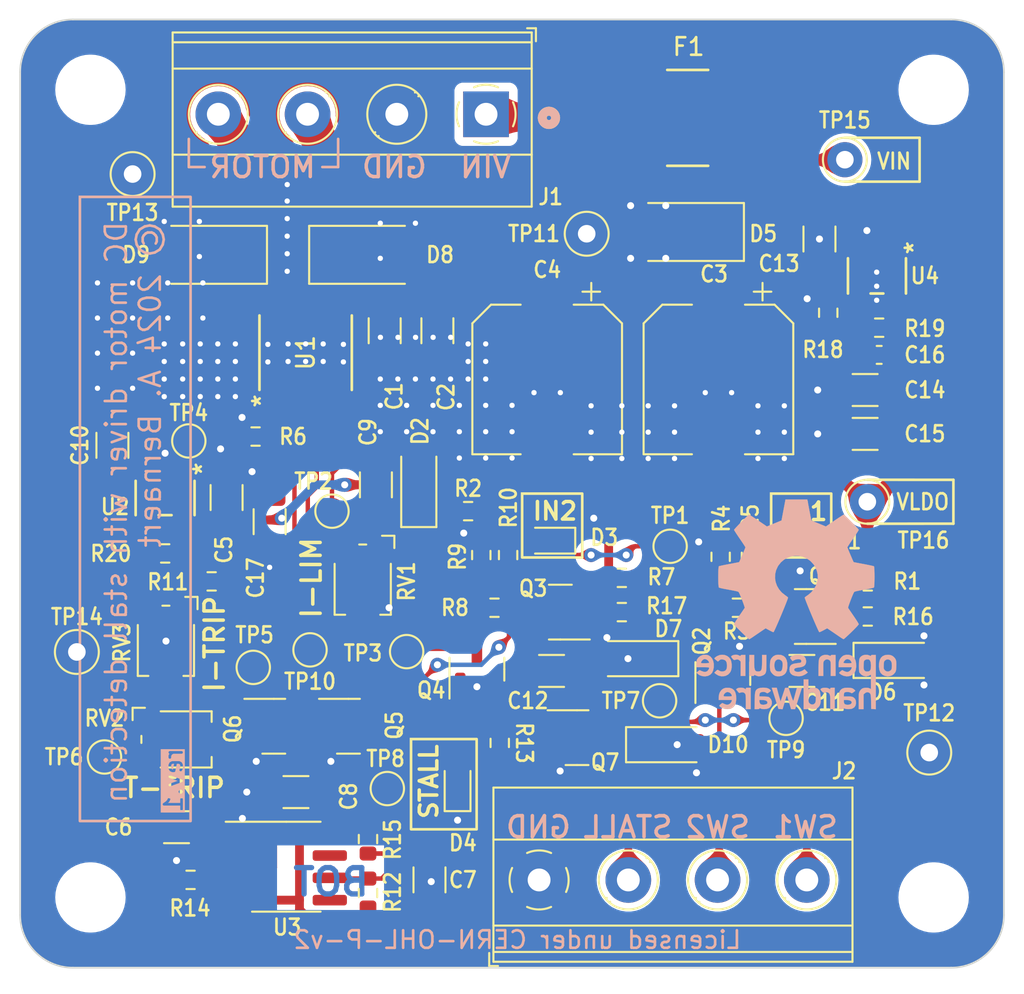
<source format=kicad_pcb>
(kicad_pcb (version 20221018) (generator pcbnew)
  (title_block (title "Motor driver with stall protection") (date "2024-10-08") (rev "1"))
  (layers (0 "F.Cu" signal) (31 "B.Cu" signal) (34 "B.Paste" user) (35 "F.Paste" user) (36 "B.SilkS" user "B.Silkscreen") (37 "F.SilkS" user "F.Silkscreen") (38 "B.Mask" user) (39 "F.Mask" user) (44 "Edge.Cuts" user))
  (net 0 "")
  (net 1 "GND")
  (net 2 "Net-(U3-TR)")
  (net 3 "+12V")
  (net 4 "/MOTOR_OUT2")
  (net 5 "/MOTOR_OUT1")
  (net 6 "/SW2")
  (net 7 "/SW1")
  (net 8 "/IPROPI")
  (net 9 "/IN1")
  (net 10 "Net-(U3-THR)")
  (net 11 "/SW2_N")
  (net 12 "/SW1_N")
  (net 13 "/STALL")
  (net 14 "/IN2")
  (net 15 "Net-(U2-IN+)")
  (net 16 "Net-(U2-OUTPUT)")
  (net 19 "Net-(D3-A)")
  (net 20 "Net-(D4-A)")
  (net 21 "Net-(D1-A)")
  (net 22 "Net-(D2-K)")
  (net 23 "Net-(Q5-D)")
  (net 24 "Net-(Q1-G)")
  (net 25 "Net-(Q3-G)")
  (net 26 "+9V")
  (net 27 "Net-(U4-FB)")
  (net 29 "Net-(J1-Pin_1)")
  (net 30 "/STALL_OD")
  (footprint "Package_TO_SOT_SMD:SOT-23" (layer "F.Cu") (at 172 115.25 90)
    (fp_text reference "Q2")
    (fp_text value "2N7002")
  )
  (footprint "Package_TO_SOT_SMD:SOT-23" (layer "F.Cu") (at 146.4375 118.25)
    (fp_text reference "Q6")
    (fp_text value "2N7002")
  )
  (footprint "Capacitor_SMD:C_1206_3216Metric" (layer "F.Cu") (at 140.9 124)
    (fp_text reference "C6")
    (fp_text value "10u")
  )
  (footprint "Resistor_SMD:R_0603_1608Metric" (layer "F.Cu") (at 142.9 110 180)
    (fp_text reference "R11")
    (fp_text value "27K")
  )
  (footprint "TestPoint:TestPoint_Pad_D1.5mm" (layer "F.Cu") (at 149.75 106)
    (fp_text reference "TP2")
    (fp_text value "TestPoint")
  )
  (footprint "Diode_SMD:D_SOD-123" (layer "F.Cu") (at 154.69149 104.545596 90)
    (fp_text reference "D2")
    (fp_text value "5.1V")
  )
  (footprint "LED_SMD:LED_0603_1608Metric" (layer "F.Cu") (at 156.9 121.6 90)
    (fp_text reference "D4")
    (fp_text value "LED RED")
  )
  (footprint "Capacitor_SMD:C_1206_3216Metric" (layer "F.Cu") (at 176.5 115.1)
    (fp_text reference "C11")
    (fp_text value "100n")
  )
  (footprint "Resistor_SMD:R_0603_1608Metric" (layer "F.Cu") (at 158.25 108.5 90)
    (fp_text reference "R9")
    (fp_text value "10K")
  )
  (footprint "Potentiometer_SMD:Potentiometer_Bourns_TC33X_Vertical" (layer "F.Cu") (at 151.5 110 -90)
    (fp_text reference "RV1")
    (fp_text value "30K")
  )
  (footprint "Connector_Pin:Pin_D1.0mm_L10.0mm" (layer "F.Cu") (at 180.225371 105.464074)
    (fp_text reference "TP16")
    (fp_text value "TestPoint")
  )
  (footprint "Diode_SMD:D_SOD-123" (layer "F.Cu") (at 168.85 119.3)
    (fp_text reference "D10")
    (fp_text value "SMF9.0CA")
  )
  (footprint "TestPoint:TestPoint_Pad_D1.5mm" (layer "F.Cu") (at 152.9 121.8 180)
    (fp_text reference "TP8")
    (fp_text value "TestPoint")
  )
  (footprint "Capacitor_SMD:C_1206_3216Metric" (layer "F.Cu") (at 143.75 105.225 90)
    (fp_text reference "C5")
    (fp_text value "100n")
  )
  (footprint "TerminalBlock_Phoenix:TerminalBlock_Phoenix_MKDS-1,5-4-5.08_1x04_P5.08mm_Horizontal" (layer "F.Cu") (at 161.54 127.005)
    (fp_text reference "J2")
    (fp_text value "Screw_Terminal_01x04")
  )
  (footprint "Resistor_SMD:R_0603_1608Metric" (layer "F.Cu") (at 171.875 108.6 90)
    (fp_text reference "R4")
    (fp_text value "10K")
  )
  (footprint "Resistor_SMD:R_0603_1608Metric" (layer "F.Cu") (at 151.8 124.675 -90)
    (fp_text reference "R15")
    (fp_text value "1K")
  )
  (footprint "TLV709A:SOT-23-5_DBV_TEX" (layer "F.Cu") (at 180.77365 92.6 -90)
    (fp_text reference "U4")
    (fp_text value "TLV709A01DBVR")
  )
  (footprint "Package_TO_SOT_SMD:SOT-23" (layer "F.Cu") (at 162.75 111.75 180)
    (fp_text reference "Q3")
    (fp_text value "BSS84")
  )
  (footprint "Resistor_SMD:R_0603_1608Metric" (layer "F.Cu") (at 180.25 112 180)
    (fp_text reference "R16")
    (fp_text value "10K")
  )
  (footprint "Resistor_SMD:R_0603_1608Metric" (layer "F.Cu") (at 173.6 108.6 90)
    (fp_text reference "R5")
    (fp_text value "2.2k")
  )
  (footprint "Resistor_SMD:R_0603_1608Metric" (layer "F.Cu") (at 141.7 127)
    (fp_text reference "R14")
    (fp_text value "27K")
  )
  (footprint "Package_TO_SOT_SMD:SOT-23" (layer "F.Cu") (at 163.7 118.9)
    (fp_text reference "Q7")
    (fp_text value "2N7002")
  )
  (footprint "Potentiometer_SMD:Potentiometer_Bourns_TC33X_Vertical" (layer "F.Cu") (at 140.29608 113.483857 -90)
    (fp_text reference "RV3")
    (fp_text value "30K")
  )
  (footprint "Resistor_SMD:R_0603_1608Metric" (layer "F.Cu") (at 180.25 110)
    (fp_text reference "R1")
    (fp_text value "10K")
  )
  (footprint "MountingHole:MountingHole_3.5mm" (layer "F.Cu") (at 184 82)
    (fp_text reference "H3" hide)
    (fp_text value "MountingHole")
  )
  (footprint "TerminalBlock_Phoenix:TerminalBlock_Phoenix_MKDS-1,5-4-5.08_1x04_P5.08mm_Horizontal" (layer "F.Cu") (at 158.52 83.395 180)
    (fp_text reference "J1")
    (fp_text value "Screw_Terminal_01x04")
  )
  (footprint "TestPoint:TestPoint_Pad_D1.5mm" (layer "F.Cu") (at 148.5 113.9)
    (fp_text reference "TP10")
    (fp_text value "TestPoint")
  )
  (footprint "Resistor_SMD:R_0603_1608Metric" (layer "F.Cu") (at 159 111.5 180)
    (fp_text reference "R8")
    (fp_text value "10K")
  )
  (footprint "Capacitor_SMD:C_1206_3216Metric" (layer "F.Cu") (at 147.7 122 180)
    (fp_text reference "C8")
    (fp_text value "100n")
  )
  (footprint "TestPoint:TestPoint_Pad_D1.5mm" (layer "F.Cu") (at 136.8 120 180)
    (fp_text reference "TP6")
    (fp_text value "TestPoint")
  )
  (footprint "DRV8251A:SOIC8_DDA_TEX" (layer "F.Cu") (at 148.25 96.975 90)
    (fp_text reference "U1")
    (fp_text value "DRV8251ADDAR")
  )
  (footprint "Connector_Pin:Pin_D1.0mm_L10.0mm" (layer "F.Cu") (at 135.22714 114.019052)
    (fp_text reference "TP14")
    (fp_text value "TestPoint")
  )
  (footprint "0031.7701.11:FUSE_0031.7701.11_SCH" (layer "F.Cu") (at 170 83.6)
    (fp_text reference "F1")
    (fp_text value "0031.7701.11")
  )
  (footprint "TestPoint:TestPoint_Pad_D1.5mm" (layer "F.Cu") (at 145.269299 114.898084)
    (fp_text reference "TP5")
    (fp_text value "TestPoint")
  )
  (footprint "Package_TO_SOT_SMD:SOT-23" (layer "F.Cu") (at 150.6875 118.25)
    (fp_text reference "Q5")
    (fp_text value "2N7002")
  )
  (footprint "Resistor_SMD:R_0603_1608Metric" (layer "F.Cu") (at 166.25 111.75 180)
    (fp_text reference "R17")
    (fp_text value "10K")
  )
  (footprint "P4SMAJ18A:P25_DO-214AC_SMA" (layer "F.Cu") (at 171.75 90.1 180)
    (fp_text reference "D5")
    (fp_text value "TVS")
  )
  (footprint "Capacitor_SMD:CP_Elec_8x10" (layer "F.Cu") (at 171.75 98.5 -90)
    (fp_text reference "C3")
    (fp_text value "220u")
  )
  (footprint "Resistor_SMD:R_0603_1608Metric" (layer "F.Cu") (at 145.4 101.75 180)
    (fp_text reference "R6")
    (fp_text value "1K")
  )
  (footprint "P4SMAJ18A:P25_DO-214AC_SMA" (layer "F.Cu") (at 149.9 91.4)
    (fp_text reference "D8")
    (fp_text value "TVS")
  )
  (footprint "Capacitor_SMD:C_0603_1608Metric" (layer "F.Cu") (at 180.9 97.1 180)
    (fp_text reference "C16")
    (fp_text value "100n")
  )
  (footprint "Connector_Pin:Pin_D1.0mm_L10.0mm" (layer "F.Cu") (at 164.25 90.2 90)
    (fp_text reference "TP11")
    (fp_text value "TestPoint")
  )
  (footprint "Capacitor_SMD:C_1206_3216Metric" (layer "F.Cu") (at 177.5 90.5 -90)
    (fp_text reference "C13")
    (fp_text value "100n")
  )
  (footprint "Resistor_SMD:R_0603_1608Metric" (layer "F.Cu") (at 151.8 127.75 90)
    (fp_text reference "R12")
    (fp_text value "27K")
  )
  (footprint "Diode_SMD:D_SOD-123" (layer "F.Cu") (at 167.106587 114.4 180)
    (fp_text reference "D7")
    (fp_text value "SMF9.0CA")
  )
  (footprint "TestPoint:TestPoint_Pad_D1.5mm" (layer "F.Cu") (at 154 114)
    (fp_text reference "TP3")
    (fp_text value "TestPoint")
  )
  (footprint "TestPoint:TestPoint_Pad_D1.5mm" (layer "F.Cu") (at 175.6 117.8)
    (fp_text reference "TP9")
    (fp_text value "TestPoint")
  )
  (footprint "Capacitor_SMD:C_1206_3216Metric" (layer "F.Cu") (at 180.1 99.1 180)
    (fp_text reference "C14")
    (fp_text value "1u")
  )
  (footprint "Package_SO:SOIC-8_3.9x4.9mm_P1.27mm" (layer "F.Cu") (at 147.15 126.25)
    (fp_text reference "U3")
    (fp_text value "LMC555xM")
  )
  (footprint "Resistor_SMD:R_0603_1608Metric" (layer "F.Cu") (at 178 94.7 -90)
    (fp_text reference "R18")
    (fp_text value "22K")
  )
  (footprint "P4SMAJ18A:P25_DO-214AC_SMA" (layer "F.Cu") (at 144.6 91.4 180)
    (fp_text reference "D9")
    (fp_text value "TVS")
  )
  (footprint "Connector_Pin:Pin_D1.0mm_L10.0mm" (layer "F.Cu") (at 183.75 119.75)
    (fp_text reference "TP12")
    (fp_text value "TestPoint")
  )
  (footprint "Resistor_SMD:R_0603_1608Metric" (layer "F.Cu") (at 157.5 106 180)
    (fp_text reference "R2")
    (fp_text value "27K")
  )
  (footprint "MountingHole:MountingHole_3.5mm" (layer "F.Cu") (at 136 128)
    (fp_text reference "H2" hide)
    (fp_text value "MountingHole")
  )
  (footprint "MountingHole:MountingHole_3.5mm" (layer "F.Cu") (at 184 128)
    (fp_text reference "H1" hide)
    (fp_text value "MountingHole")
  )
  (footprint "Resistor_SMD:R_0603_1608Metric" (layer "F.Cu") (at 180.9 95.55 180)
    (fp_text reference "R19")
    (fp_text value "120K")
  )
  (footprint "Resistor_SMD:R_0603_1608Metric" (layer "F.Cu") (at 172.8 111.5 180)
    (fp_text reference "R3")
    (fp_text value "10K")
  )
  (footprint "MountingHole:MountingHole_3.5mm" (layer "F.Cu") (at 136 82)
    (fp_text reference "H4" hide)
    (fp_text value "MountingHole")
  )
  (footprint "Capacitor_SMD:C_1206_3216Metric" (layer "F.Cu") (at 137.25 102.25 90)
    (fp_text reference "C10")
    (fp_text value "1u")
  )
  (footprint "TestPoint:TestPoint_Pad_D1.5mm" (layer "F.Cu") (at 141.6 102)
    (fp_text reference "TP4")
    (fp_text value "TestPoint")
  )
  (footprint "Capacitor_SMD:C_1206_3216Metric" (layer "F.Cu") (at 152.25 104.5 90)
    (fp_text reference "C9")
    (fp_text value "1u")
  )
  (footprint "AP331AWG:SOT25_DIO" (layer "F.Cu") (at 140.25 105.25 -90)
    (fp_text reference "U2")
    (fp_text value "AP331AWG-7")
  )
  (footprint "Capacitor_SMD:C_1206_3216Metric" (layer "F.Cu") (at 155.3 127 -90)
    (fp_text reference "C7")
    (fp_text value "10u")
  )
  (footprint "Capacitor_SMD:C_1206_3216Metric" (layer "F.Cu") (at 162.25 115.1)
    (fp_text reference "C12")
    (fp_text value "100n")
  )
  (footprint "Capacitor_SMD:CP_Elec_8x10" (layer "F.Cu") (at 162 98.5 -90)
    (fp_text reference "C4")
    (fp_text value "220u")
  )
  (footprint "Resistor_SMD:R_0603_1608Metric" (layer "F.Cu") (at 159.3 119.2 -90)
    (fp_text reference "R13")
    (fp_text value "2.2k")
  )
  (footprint "Package_TO_SOT_SMD:SOT-23" (layer "F.Cu") (at 158 115 90)
    (fp_text reference "Q4")
    (fp_text value "2N7002")
  )
  (footprint "Connector_Pin:Pin_D1.0mm_L10.0mm" (layer "F.Cu") (at 178.947233 85.982648 180)
    (fp_text reference "TP15")
    (fp_text value "TestPoint")
  )
  (footprint "Capacitor_SMD:C_1206_3216Metric" (layer "F.Cu") (at 146.2 106.6 -90)
    (fp_text reference "C17")
    (fp_text value "100n")
  )
  (footprint "Resistor_SMD:R_0603_1608Metric" (layer "F.Cu") (at 140.254893 108.406894 180)
    (fp_text reference "R20")
    (fp_text value "2.2K")
  )
  (footprint "LED_SMD:LED_0603_1608Metric" (layer "F.Cu") (at 176.311951 107.690617 180)
    (fp_text reference "D1")
    (fp_text value "LED AMBER")
  )
  (footprint "TestPoint:TestPoint_Pad_D1.5mm" (layer "F.Cu") (at 168.4 116.8)
    (fp_text reference "TP7")
    (fp_text value "TestPoint")
  )
  (footprint "Capacitor_SMD:C_1206_3216Metric" (layer "F.Cu") (at 152.75 95.725 -90)
    (fp_text reference "C1")
    (fp_text value "100n")
  )
  (footprint "Capacitor_SMD:C_1206_3216Metric" (layer "F.Cu") (at 155.75 95.725 -90)
    (fp_text reference "C2")
    (fp_text value "1u")
  )
  (footprint "Potentiometer_SMD:Potentiometer_Bourns_TC33X_Vertical" (layer "F.Cu") (at 141 119)
    (fp_text reference "RV2")
    (fp_text value "30K")
  )
  (footprint "Resistor_SMD:R_0603_1608Metric" (layer "F.Cu") (at 166.25 109.798052)
    (fp_text reference "R7")
    (fp_text value "10K")
  )
  (footprint "TestPoint:TestPoint_Pad_D1.5mm" (layer "F.Cu") (at 169 108)
    (fp_text reference "TP1")
    (fp_text value "TestPoint")
  )
  (footprint "Diode_SMD:D_SOD-123" (layer "F.Cu") (at 181.8 114.5)
    (fp_text reference "D6")
    (fp_text value "SMF9.0CA")
  )
  (footprint "Connector_Pin:Pin_D1.0mm_L10.0mm" (layer "F.Cu") (at 138.4 86.8)
    (fp_text reference "TP13")
    (fp_text value "TestPoint")
  )
  (footprint "LED_SMD:LED_0603_1608Metric" (layer "F.Cu") (at 162.112987 107.679992 180)
    (fp_text reference "D3")
    (fp_text value "LED AMBER")
  )
  (footprint "Capacitor_SMD:C_1206_3216Metric" (layer "F.Cu") (at 180.1 101.6 180)
    (fp_text reference "C15")
    (fp_text value "100n")
  )
  (footprint "Package_TO_SOT_SMD:SOT-23" (layer "F.Cu") (at 176.75 112 180)
    (fp_text reference "Q1")
    (fp_text value "BSS84")
  )
  (footprint "Resistor_SMD:R_0603_1608Metric" (layer "F.Cu") (at 159.776062 108.500996 90)
    (fp_text reference "R10")
    (fp_text value "2.2k")
  )
  (footprint "Symbol:OSHW-Logo_11.4x12mm_SilkScreen" (layer "B.Cu") (at 176.2 111.3 180)
    (fp_text reference "REF**" hide)
    (fp_text value "OSHW-Logo_11.4x12mm_SilkScreen" hide)
  )
  (gr_rect (start 135.4 88.1) (end 141.7 123.65) (stroke (width 0.15)) (fill none) (layer "B.SilkS"))
  (gr_line (start 142.5 86.4) (end 141.6 86.4) (stroke (width 0.15)) (layer "B.SilkS"))
  (gr_line (start 150.1 86.4) (end 150.1 84.8) (stroke (width 0.15)) (layer "B.SilkS"))
  (gr_line (start 141.6 86.4) (end 141.6 84.8) (stroke (width 0.15)) (layer "B.SilkS"))
  (gr_line (start 149.2 86.4) (end 150.1 86.4) (stroke (width 0.15)) (layer "B.SilkS"))
  (gr_line (start 183.2 84.732648) (end 178.947233 84.731649) (stroke (width 0.15)) (layer "F.SilkS"))
  (gr_line (start 180.225371 106.715073) (end 185.125371 106.714074) (stroke (width 0.15)) (layer "F.SilkS"))
  (gr_line (start 185.125371 104.214074) (end 180.225371 104.213075) (stroke (width 0.15)) (layer "F.SilkS"))
  (gr_line (start 185.125371 106.714074) (end 185.125371 104.214074) (stroke (width 0.15)) (layer "F.SilkS"))
  (gr_line (start 178.947233 87.233647) (end 183.2 87.232648) (stroke (width 0.15)) (layer "F.SilkS"))
  (gr_line (start 183.2 87.232648) (end 183.2 84.732648) (stroke (width 0.15)) (layer "F.SilkS"))
  (gr_rect (start 160.574282 104.999304) (end 163.995632 108.637758) (stroke (width 0.15)) (fill none) (layer "F.SilkS"))
  (gr_rect (start 154.25 118.980773) (end 157.985 124.119227) (stroke (width 0.15)) (fill none) (layer "F.SilkS"))
  (gr_rect (start 174.75 105) (end 178.17135 108.638454) (stroke (width 0.15)) (fill none) (layer "F.SilkS"))
  (gr_arc (start 132 81) (mid 132.87868 78.87868) (end 135 78) (stroke (width 0.1)) (layer "Edge.Cuts"))
  (gr_line (start 188 81) (end 188 129) (stroke (width 0.1)) (layer "Edge.Cuts"))
  (gr_line (start 132 129) (end 132 81) (stroke (width 0.1)) (layer "Edge.Cuts"))
  (gr_arc (start 188 129) (mid 187.12132 131.12132) (end 185 132) (stroke (width 0.1)) (layer "Edge.Cuts"))
  (gr_line (start 185 132) (end 135 132) (stroke (width 0.1)) (layer "Edge.Cuts"))
  (gr_arc (start 135 132) (mid 132.87868 131.12132) (end 132 129) (stroke (width 0.1)) (layer "Edge.Cuts"))
  (gr_line (start 135 78) (end 185 78) (stroke (width 0.1)) (layer "Edge.Cuts"))
  (gr_arc (start 185 78) (mid 187.12132 78.87868) (end 188 81) (stroke (width 0.1)) (layer "Edge.Cuts"))
  (gr_text "TOP" (at 181.2 124.1) (layer "F.Cu") (effects (font (size 1.5 1.5) (thickness 0.3) bold) (justify left bottom)))
  (gr_text "BOT" (at 152 128) (layer "B.Cu") (effects (font (size 1.5 1.5) (thickness 0.3) bold) (justify left bottom mirror)))
  (gr_text "SW2" (at 171.7 124.7) (layer "B.SilkS") (effects (font (size 1.2 1.2) (thickness 0.2) bold) (justify bottom mirror)))
  (gr_text "SW1" (at 176.7 124.7) (layer "B.SilkS") (effects (font (size 1.2 1.2) (thickness 0.2) bold) (justify bottom mirror)))
  (gr_text "GND" (at 161.5 124.7) (layer "B.SilkS") (effects (font (size 1.2 1.2) (thickness 0.2) bold) (justify bottom mirror)))
  (gr_text "MOTOR" (at 145.8 87.1) (layer "B.SilkS") (effects (font (size 1.2 1.2) (thickness 0.2) bold) (justify bottom mirror)))
  (gr_text "VIN" (at 158.5 87.1) (layer "B.SilkS") (effects (font (size 1.2 1.2) (thickness 0.2) bold) (justify bottom mirror)))
  (gr_text "DC motor driver with stall detection\n© 2024 A. Bernaert" (at 140.1 89.4 90) (layer "B.SilkS") (effects (font (size 1.2 1.2)) (justify left bottom mirror)))
  (gr_text "Licensed under CERN-OHL-P-v2" (at 160.3 131) (layer "B.SilkS") (effects (font (size 1 1)) (justify bottom mirror)))
  (gr_text "GND" (at 153.3 87.1) (layer "B.SilkS") (effects (font (size 1.2 1.2) (thickness 0.2) bold) (justify bottom mirror)))
  (gr_text "rev.${REVISION}" (at 141.316784 123.2685 90) (layer "B.SilkS" knockout) (effects (font (size 1 1)) (justify right bottom mirror)))
  (gr_text "STALL" (at 166.6 124.7) (layer "B.SilkS") (effects (font (size 1.2 1.2) (thickness 0.2) bold) (justify bottom mirror)))
  (gr_text "I-TRIP" (at 143.705873 116.423432 90) (layer "F.SilkS") (effects (font (size 1.1 1.1) (thickness 0.2) bold) (justify left bottom)))
  (gr_text "T-TRIP" (at 137.75 122.4) (layer "F.SilkS") (effects (font (size 1.1 1.1) (thickness 0.2) bold) (justify left bottom)))
  (gr_text "VIN" (at 180.7 86.6) (layer "F.SilkS") (effects (font (size 0.9 0.8)) (justify left bottom)))
  (gr_text "VLDO" (at 181.8 106) (layer "F.SilkS") (effects (font (size 0.9 0.8)) (justify left bottom)))
  (gr_text "IN2" (at 161.075832 106.582252) (layer "F.SilkS") (effects (font (size 1 1) (thickness 0.2) bold) (justify left bottom)))
  (gr_text "STALL" (at 155.85 123.632748 90) (layer "F.SilkS") (effects (font (size 1 1) (thickness 0.2) bold) (justify left bottom)))
  (gr_text "I-LIM" (at 149.220984 112.208249 90) (layer "F.SilkS") (effects (font (size 1.1 1.1) (thickness 0.2) bold) (justify left bottom)))
  (gr_text "IN1" (at 175.316678 106.608857) (layer "F.SilkS") (effects (font (size 1 1) (thickness 0.2) bold) (justify left bottom)))
  (segment (start 144.675 100.708289) (end 144.675 101.75) (width 0.25) (layer "F.Cu") (net 1))
  (segment (start 140.875 125.925) (end 140.875 127) (width 0.25) (layer "F.Cu") (net 1))
  (segment (start 156.9 122.3875) (end 156.9 123.6) (width 0.25) (layer "F.Cu") (net 1))
  (segment (start 150.5 109.25) (end 151.5 110.25) (width 0.25) (layer "F.Cu") (net 1))
  (segment (start 165.456587 113.256587) (end 165.4 113.2) (width 0.25) (layer "F.Cu") (net 1))
  (segment (start 162.7625 120.775) (end 162.7375 120.8) (width 0.25) (layer "F.Cu") (net 1))
  (segment (start 157.25 107.25) (end 157.825 107.25) (width 0.25) (layer "F.Cu") (net 1))
  (segment (start 172.951061 113.7) (end 172.951061 116.188561) (width 0.25) (layer "F.Cu") (net 1))
  (segment (start 165.456587 114.4) (end 166.6 114.4) (width 0.25) (layer "F.Cu") (net 1))
  (segment (start 146.2 109.2) (end 146.2 108.075) (width 0.25) (layer "F.Cu") (net 1))
  (segment (start 164.651474 106.4) (end 164.180479 106.4) (width 0.25) (layer "F.Cu") (net 1))
  (segment (start 158.95 115.9375) (end 158.0625 115.9375) (width 0.25) (layer "F.Cu") (net 1))
  (segment (start 140.3 113.4) (end 141.29608 112.40392) (width 0.25) (layer "F.Cu") (net 1))
  (segment (start 158.0625 115.9375) (end 158 116) (width 0.25) (layer "F.Cu") (net 1))
  (segment (start 150.5 108.2) (end 150.5 109.25) (width 0.25) (layer "F.Cu") (net 1))
  (segment (start 140.29608 113.40392) (end 140.29608 114.933857) (width 0.25) (layer "F.Cu") (net 1))
  (segment (start 145.5 119.2) (end 145.5 120.1875) (width 0.25) (layer "F.Cu") (net 1))
  (segment (start 165.456587 114.4) (end 165.456587 113.256587) (width 0.25) (layer "F.Cu") (net 1))
  (segment (start 149.75 119.2) (end 149.75 120.1875) (width 0.25) (layer "F.Cu") (net 1))
  (segment (start 143.75 103.75) (end 145.2 103.75) (width 0.5) (layer "F.Cu") (net 1))
  (segment (start 170.5 120.9) (end 170.5 119.3) (width 0.25) (layer "F.Cu") (net 1))
  (segment (start 157.825 107.25) (end 158.25 107.675) (width 0.25) (layer "F.Cu") (net 1))
  (segment (start 183.5 115.85) (end 183.45 115.9) (width 0.25) (layer "F.Cu") (net 1))
  (segment (start 162.7625 119.85) (end 162.7625 120.775) (width 0.25) (layer "F.Cu") (net 1))
  (segment (start 183.5 113.15) (end 183.45 113.1) (width 0.25) (layer "F.Cu") (net 1))
  (segment (start 149.75 120.1875) (end 149.6875 120.25) (width 0.25) (layer "F.Cu") (net 1))
  (segment (start 143.75 102.795721) (end 143.40808 102.453801) (width 0.5) (layer "F.Cu") (net 1))
  (segment (start 155.4 127.1) (end 155.4 128.375) (width 0.25) (layer "F.Cu") (net 1))
  (segment (start 171.875 107.75) (end 170.625 107.75) (width 0.25) (layer "F.Cu") (net 1))
  (segment (start 176.4 109.4) (end 177.129909 108.670091) (width 0.25) (layer "F.Cu") (net 1))
  (segment (start 183.5 114.5) (end 183.5 115.85) (width 0.25) (layer "F.Cu") (net 1))
  (segment (start 164.180479 106.4) (end 162.900487 107.679992) (width 0.25) (layer "F.Cu") (net 1))
  (segment (start 145.5 120.1875) (end 145.4375 120.25) (width 0.25) (layer "F.Cu") (net 1))
  (segment (start 151.5 111.45) (end 152.95 111.45) (width 0.25) (layer "F.Cu") (net 1))
  (segment (start 140.3 113.4) (end 140.29608 113.40392) (width 0.25) (layer "F.Cu") (net 1))
  (segment (start 143.75 103.75) (end 143.75 102.795721) (width 0.5) (layer "F.Cu") (net 1))
  (segment (start 146.425 122) (end 144.9 122) (width 0.25) (layer "F.Cu") (net 1))
  (segment (start 183.5 114.5) (end 183.5 113.15) (width 0.25) (layer "F.Cu") (net 1))
  (segment (start 152.95 111.45) (end 153 111.5) (width 0.25) (layer "F.Cu") (net 1))
  (segment (start 151.5 110.25) (end 151.5 111.45) (width 0.25) (layer "F.Cu") (net 1))
  (segment (start 141.29608 112.40392) (end 141.29608 111.683857) (width 0.25) (layer "F.Cu") (net 1))
  (segment (start 144.675 124.345) (end 144.675 123.525) (width 0.25) (layer "F.Cu") (net 1))
  (segment (start 140.25 103.897201) (end 140.25 102.7) (width 0.25) (layer "F.Cu") (net 1))
  (segment (start 144.675 123.525) (end 144.65 123.5) (width 0.25) (layer "F.Cu") (net 1))
  (segment (start 144.630036 100.663325) (end 144.675 100.708289) (width 0.25) (layer "F.Cu") (net 1))
  (segment (start 177.129909 108.670091) (end 177.129909 107.838905) (width 0.25) (layer "F.Cu") (net 1))
  (segment (start 170.5 119.3) (end 169.4 119.3) (width 0.25) (layer "F.Cu") (net 1))
  (segment (start 140.9 125.9) (end 140.875 125.925) (width 0.25) (layer "F.Cu") (net 1))
  (via (at 180.200606 90.019303) (size 0.8) (drill 0.4) (layers "F.Cu" "B.Cu") (net 1))
  (via (at 138.4 95) (size 0.6) (drill 0.3) (layers "F.Cu" "B.Cu") (net 1))
  (via (at 158 116) (size 0.8) (drill 0.4) (layers "F.Cu" "B.Cu") (net 1))
  (via (at 164.5 101.5) (size 0.6) (drill 0.3) (layers "F.Cu" "B.Cu") (net 1))
  (via (at 146.2 109.2) (size 0.6) (drill 0.3) (layers "F.Cu" "B.Cu") (net 1))
  (via (at 162.75 99.25) (size 0.6) (drill 0.3) (layers "F.Cu" "B.Cu") (net 1))
  (via (at 157 101.475) (size 0.6) (drill 0.3) (layers "F.Cu" "B.Cu") (net 1))
  (via (at 149.6875 120.25) (size 0.8) (drill 0.4) (layers "F.Cu" "B.Cu") (net 1))
  (via (at 147.2 89.337977) (size 0.6) (drill 0.3) (layers "F.Cu" "B.Cu") (net 1))
  (via (at 138.4 97) (size 0.6) (drill 0.3) (layers "F.Cu" "B.Cu") (net 1))
  (via (at 152.5 91.6) (size 0.6) (drill 0.3) (layers "F.Cu" "B.Cu") (net 1))
  (via (at 157 99.975) (size 0.6) (drill 0.3) (layers "F.Cu" "B.Cu") (net 1))
  (via (at 166.25 103) (size 0.6) (drill 0.3) (layers "F.Cu" "B.Cu") (net 1))
  (via (at 143.25 99.475) (size 0.6) (drill 0.3) (layers "F.Cu" "B.Cu") (net 1))
  (via (at 144.9 122) (size 0.8) (drill 0.4) (layers "F.Cu" "B.Cu") (net 1))
  (via (at 169.25 100) (size 0.6) (drill 0.3) (layers "F.Cu" "B.Cu") (net 1))
  (via (at 175.5 100) (size 0.6) (drill 0.3) (layers "F.Cu" "B.Cu") (net 1))
  (via (at 142.25 97.475) (size 0.6) (drill 0.3) (layers "F.Cu" "B.Cu") (net 1))
  (via (at 162.7375 120.8) (size 0.8) (drill 0.4) (layers "F.Cu" "B.Cu") (net 1))
  (via (at 176.4 109.4) (size 0.8) (drill 0.4) (layers "F.Cu" "B.Cu") (net 1))
  (via (at 153 111.5) (size 0.8) (drill 0.4) (layers "F.Cu" "B.Cu") (net 1))
  (via (at 154 99.975) (size 0.6) (drill 0.3) (layers "F.Cu" "B.Cu") (net 1))
  (via (at 144.25 99.475) (size 0.6) (drill 0.3) (layers "F.Cu" "B.Cu") (net 1))
  (via (at 176.8 93.9) (size 0.8) (drill 0.4) (layers "F.Cu" "B.Cu") (net 1))
  (via (at 155.4 127.1) (size 0.8) (drill 0.4) (layers "F.Cu" "B.Cu") (net 1))
  (via (at 136.4 99) (size 0.6) (drill 0.3) (layers "F.Cu" "B.Cu") (net 1))
  (via (at 144.25 97.475) (size 0.6) (drill 0.3) (layers "F.Cu" "B.Cu") (net 1))
  (via (at 140.4 95) (size 0.6) (drill 0.3) (layers "F.Cu" "B.Cu") (net 1))
  (via (at 156.5 98.475) (size 0.6) (drill 0.3) (layers "F.Cu" "B.Cu") (net 1))
  (via (at 180.757769 92.387743) (size 0.6) (drill 0.3) (layers "F.Cu" "B.Cu") (net 1))
  (via (at 141.25 98.475) (size 0.6) (drill 0.3) (layers "F.Cu" "B.Cu") (net 1))
  (via (at 170.5 120.9) (size 0.8) (drill 0.4) (layers "F.Cu" "B.Cu") (net 1))
  (via (at 138.4 93) (size 0.6) (drill 0.3) (layers "F.Cu" "B.Cu") (net 1))
  (via (at 177.5 90.5) (size 0.8) (drill 0.4) (layers "F.Cu" "B.Cu") (net 1))
  (via (at 158.5 96.475) (size 0.6) (drill 0.3) (layers "F.Cu" "B.Cu") (net 1))
  (via (at 150.4 97.5) (size 0.6) (drill 0.3) (layers "F.Cu" "B.Cu") (net 1))
  (via (at 144.25 98.475) (size 0.6) (drill 0.3) (layers "F.Cu" "B.Cu") (net 1))
  (via (at 136.4 95) (size 0.6) (drill 0.3) (layers "F.Cu" "B.Cu") (net 1))
  (via (at 174 101.5) (size 0.6) (drill 0.3) (layers "F.Cu" "B.Cu") (net 1))
  (via (at 141.25 99.475) (size 0.6) (drill 0.3) (layers "F.Cu" "B.Cu") (net 1))
  (via (at 155.5 101.475) (size 0.6) (drill 0.3) (layers "F.Cu" "B.Cu") (net 1))
  (via (at 157.25 107.25) (size 0.8) (drill 0.4) (layers "F.Cu" "B.Cu") (net 1))
  (via (at 175.5 103) (size 0.6) (drill 0.3) (layers "F.Cu" "B.Cu") (net 1))
  (via (at 168.75 88.6) (size 0.8) (drill 0.4) (layers "F.Cu" "B.Cu") (net 1))
  (via (at 136.4 93) (size 0.6) (drill 0.3) (layers "F.Cu" "B.Cu") (net 1))
  (via (at 140.2 89.5) (size 0.6) (drill 0.3) (layers "F.Cu" "B.Cu") (net 1))
  (via (at 169.25 101.5) (size 0.6) (drill 0.3) (layers "F.Cu" "B.Cu") (net 1))
  (via (at 140.9 125.9) (size 0.8) (drill 0.4) (layers "F.Cu" "B.Cu") (net 1))
  (via (at 177.4 101.6) (size 0.8) (drill 0.4) (layers "F.Cu" "B.Cu") (net 1))
  (via (at 146.1 97.5) (size 0.6) (drill 0.3) (layers "F.Cu" "B.Cu") (net 1))
  (via (at 152.5 89.6) (size 0.6) (drill 0.3) (layers "F.Cu" "B.Cu") (net 1))
  (via (at 147.201454 87.4) (size 0.6) (drill 0.3) (layers "F.Cu" "B.Cu") (net 1))
  (via (at 157.5 97.475) (size 0.6) (drill 0.3) (layers "F.Cu" "B.Cu") (net 1))
  (via (at 140.2 99.476111) (size 0.6) (drill 0.3) (layers "F.Cu" "B.Cu") (net 1))
  (via (at 141.25 97.475) (size 0.6) (drill 0.3) (layers "F.Cu" "B.Cu") (net 1))
  (via (at 166.75 91.6) (size 0.8) (drill 0.4) (layers "F.Cu" "B.Cu") (net 1))
  (via (at 147.2 90.337977) (size 0.6) (drill 0.3) (layers "F.Cu" "B.Cu") (net 1))
  (via (at 157.5 96.475) (size 0.6) (drill 0.3) (layers "F.Cu" "B.Cu") (net 1))
  (via (at 175.5 101.5) (size 0.6) (drill 0.3) (layers "F.Cu" "B.Cu") (net 1))
  (via (at 158.5 97.475) (size 0.6) (drill 0.3) (layers "F.Cu" "B.Cu") (net 1))
  (via (at 155.507141 96.1) (size 0.6) (drill 0.3) (layers "F.Cu" "B.Cu") (net 1))
  (via (at 171 99.25) (size 0.6) (drill 0.3) (layers "F.Cu" "B.Cu") (net 1))
  (via (at 152.5 98.475) (size 0.6) (drill 0.3) (layers "F.Cu" "B.Cu") (net 1))
  (via (at 142.25 98.475) (size 0.6) (drill 0.3) (layers "F.Cu" "B.Cu") (net 1))
  (via (at 164.651474 106.4) (size 0.8) (drill 0.4) (layers "F.Cu" "B.Cu") (net 1))
  (via (at 172.5 99.25) (size 0.6) (drill 0.3) (layers "F.Cu" "B.Cu") (net 1))
  (via (at 149.25 96.475) (size 0.6) (drill 0.3) (layers "F.Cu" "B.Cu") (net 1))
  (via (at 136.4 97) (size 0.6) (drill 0.3) (layers "F.Cu" "B.Cu") (net 1))
  (via (at 160 102.975) (size 0.6) (drill 0.3) (layers "F.Cu" "B.Cu") (net 1))
  (via (at 147.25 96.475) (size 0.6) (drill 0.3) (layers "F.Cu" "B.Cu") (net 1))
  (via (at 158.5 101.475) (size 0.6) (drill 0.3) (layers "F.Cu" "B.Cu") (net 1))
  (via (at 142.25 99.475) (size 0.6) (drill 0.3) (layers "F.Cu" "B.Cu") (net 1))
  (via (at 167.75 100) (size 0.6) (drill 0.3) (layers "F.Cu" "B.Cu") (net 1))
  (via (at 165.4 113.2) (size 0.8) (drill 0.4) (layers "F.Cu" "B.Cu") (net 1))
  (via (at 154 101.475) (size 0.6) (drill 0.3) (layers "F.Cu" "B.Cu") (net 1))
  (via (at 140.4 93) (size 0.6) (drill 0.3) (layers "F.Cu" "B.Cu") (net 1))
  (via (at 142.2 89.5) (size 0.6) (drill 0.3) (layers "F.Cu" "B.Cu") (net 1))
  (via (at 153.5 98.475) (size 0.6) (drill 0.3) (layers "F.Cu" "B.Cu") (net 1))
  (via (at 174 100) (size 0.6) (drill 0.3) (layers "F.Cu" "B.Cu") (net 1))
  (via (at 160 99.975) (size 0.6) (drill 0.3) (layers "F.Cu" "B.Cu") (net 1))
  (via (at 140.3 113.4) (size 0.8) (drill 0.4) (layers "F.Cu" "B.Cu") (net 1))
  (via (at 158.5 99.975) (size 0.6) (drill 0.3) (layers "F.Cu" "B.Cu") (net 1))
  (via (at 149.25 97.475) (size 0.6) (drill 0.3) (layers "F.Cu" "B.Cu") (net 1))
  (via (at 142.2 91.5) (size 0.6) (drill 0.3) (layers "F.Cu" "B.Cu") (net 1))
  (via (at 147.2 88.337977) (size 0.6) (drill 0.3) (layers "F.Cu" "B.Cu") (net 1))
  (via (at 140.2 97.476111) (size 0.6) (drill 0.3) (layers "F.Cu" "B.Cu") (net 1))
  (via (at 145.4375 120.25) (size 0.8) (drill 0.4) (layers "F.Cu" "B.Cu") (net 1))
  (via (at 170.625 107.75) (size 0.8) (drill 0.4) (layers "F.Cu" "B.Cu") (net 1))
  (via (at 152.507141 96.1) (size 0.6) (drill 0.3) (layers "F.Cu" "B.Cu") (net 1))
  (via (at 167.75 103) (size 0.6) (drill 0.3) (layers "F.Cu" "B.Cu") (net 1))
  (via (at 167.75 101.5) (size 0.6) (drill 0.3) (layers "F.Cu" "B.Cu") (net 1))
  (via (at 172.951061 113.7) (size 0.8) (drill 0.4) (layers "F.Cu" "B.Cu") (net 1))
  (via (at 155.5 99.975) (size 0.6) (drill 0.3) (layers "F.Cu" "B.Cu") (net 1))
  (via (at 183.45 113.1) (size 0.8) (drill 0.4) (layers "F.Cu" "B.Cu") (net 1))
  (via (at 143.40808 102.453801) (size 0.8) (drill 0.4) (layers "F.Cu" "B.Cu") (net 1))
  (via (at 144.65 123.5) (size 0.8) (drill 0.4) (layers "F.Cu" "B.Cu") (net 1))
  (via (at 155.5 98.475) (size 0.6) (drill 0.3) (layers "F.Cu" "B.Cu") (net 1))
  (via (at 144.630036 100.663325) (size 0.8) (drill 0.4) (layers "F.Cu" "B.Cu") (net 1))
  (via (at 154.507141 96.1) (size 0.6) (drill 0.3) (layers "F.Cu" "B.Cu") (net 1))
  (via (at 164.5 100) (size 0.6) (drill 0.3) (layers "F.Cu" "B.Cu") (net 1))
  (via (at 158.5 102.975) (size 0.6) (drill 0.3) (layers "F.Cu" "B.Cu") (net 1))
  (via (at 140.2 98.476111) (size 0.6) (drill 0.3) (layers "F.Cu" "B.Cu") (net 1))
  (via (at 148.25 96.475) (size 0.6) (drill 0.3) (layers "F.Cu" "B.Cu") (net 1))
  (via (at 147.2 91.337977) (size 0.6) (drill 0.3) (layers "F.Cu" "B.Cu") (net 1))
  (via (at 157.5 98.475) (size 0.6) (drill 0.3) (layers "F.Cu" "B.Cu") (net 1))
  (via (at 143.25 97.475) (size 0.6) (drill 0.3) (layers "F.Cu" "B.Cu") (net 1))
  (via (at 146.1 96.5) (size 0.6) (drill 0.3) (layers "F.Cu" "B.Cu") (net 1))
  (via (at 183.45 115.9) (size 0.8) (drill 0.4) (layers "F.Cu" "B.Cu") (net 1))
  (via (at 148.25 97.475) (size 0.6) (drill 0.3) (layers "F.Cu" "B.Cu") (net 1))
  (via (at 166.75 88.6) (size 0.8) (drill 0.4) (layers "F.Cu" "B.Cu") (net 1))
  (via (at 160 101.475) (size 0.6) (drill 0.3) (layers "F.Cu" "B.Cu") (net 1))
  (via (at 164.5 103) (size 0.6) (drill 0.3) (layers "F.Cu" "B.Cu") (net 1))
  (via (at 168.75 91.6) (size 0.8) (drill 0.4) (layers "F.Cu" "B.Cu") (net 1))
  (via (at 147.2 92.337977) (size 0.6) (drill 0.3) (layers "F.Cu" "B.Cu") (net 1))
  (via (at 166.25 101.5) (size 0.6) (drill 0.3) (layers "F.Cu" "B.Cu") (net 1))
  (via (at 141.25 96.475) (size 0.6) (drill 0.3) (layers "F.Cu" "B.Cu") (net 1))
  (via (at 156.9 123.6) (size 0.8) (drill 0.4) (layers "F.Cu" "B.Cu") (net 1))
  (via (at 142.4 95) (size 0.6) (drill 0.3) (layers "F.Cu" "B.Cu") (net 1))
  (via (at 140.25 102.7) (size 0.8) (drill 0.4) (layers "F.Cu" "B.Cu") (net 1))
  (via (at 138.4 99) (size 0.6) (drill 0.3) (layers "F.Cu" "B.Cu") (net 1))
  (via (at 166.6 114.4) (size 0.8) (drill 0.4) (layers "F.Cu" "B.Cu") (net 1))
  (via (at 140.2 96.476111) (size 0.6) (drill 0.3) (layers "F.Cu" "B.Cu") (net 1))
  (via (at 157 102.975) (size 0.6) (drill 0.3) (layers "F.Cu" "B.Cu") (net 1))
  (via (at 144.25 96.475) (size 0.6) (drill 0.3) (layers "F.Cu" "B.Cu") (net 1))
  (via (at 152.5 101.475) (size 0.6) (drill 0.3) (layers "F.Cu" "B.Cu") (net 1))
  (via (at 152.5 99.975) (size 0.6) (drill 0.3) (layers "F.Cu" "B.Cu") (net 1))
  (via (at 169.25 103) (size 0.6) (drill 0.3) (layers "F.Cu" "B.Cu") (net 1))
  (via (at 169.4 119.3) (size 0.8) (drill 0.4) (layers "F.Cu" "B.Cu") (net 1))
  (via (at 143.25 96.475) (size 0.6) (drill 0.3) (layers "F.Cu" "B.Cu") (net 1))
  (via (at 145.2 103.75) (size 0.8) (drill 0.4) (layers "F.Cu" "B.Cu") (net 1))
  (via (at 156.507141 96.1) (size 0.6) (drill 0.3) (layers "F.Cu" "B.Cu") (net 1))
  (via (at 154.5 98.475) (size 0.6) (drill 0.3) (layers "F.Cu" "B.Cu") (net 1))
  (via (at 150.4 96.5) (size 0.6) (drill 0.3) (layers "F.Cu" "B.Cu") (net 1))
  (via (at 180.757769 93.187743) (size 0.6) (drill 0.3) (layers "F.Cu" "B.Cu") (net 1))
  (via (at 166.25 100) (size 0.6) (drill 0.3) (layers "F.Cu" "B.Cu") (net 1))
  (via (at 177.4 99.1) (size 0.8) (drill 0.4) (layers "F.Cu" "B.Cu") (net 1))
  (via (at 143.25 98.475) (size 0.6) (drill 0.3) (layers "F.Cu" "B.Cu") (net 1))
  (via (at 158.5 98.475) (size 0.6) (drill 0.3) (layers "F.Cu" "B.Cu") (net 1))
  (via (at 142.4 93) (size 0.6) (drill 0.3) (layers "F.Cu" "B.Cu") (net 1))
  (via (at 142.25 96.475) (size 0.6) (drill 0.3) (layers "F.Cu" "B.Cu") (net 1))
  (via (at 161.25 99.25) (size 0.6) (drill 0.3) (layers "F.Cu" "B.Cu") (net 1))
  (via (at 174 103) (size 0.6) (drill 0.3) (layers "F.Cu" "B.Cu") (net 1))
  (via (at 153.507141 96.1) (size 0.6) (drill 0.3) (layers "F.Cu" "B.Cu") (net 1))
  (via (at 147.25 97.475) (size 0.6) (drill 0.3) (layers "F.Cu" "B.Cu") (net 1))
  (via (at 180.757769 93.987743) (size 0.6) (drill 0.3) (layers "F.Cu" "B.Cu") (net 1))
  (via (at 154.5 89.6) (size 0.6) (drill 0.3) (layers "F.Cu" "B.Cu") (net 1))
  (segment (start 136.75 120) (end 139.2 120) (width 0.25) (layer "F.Cu") (net 2))
  (segment (start 141.1 120.7) (end 140.4 120) (width 0.25) (layer "F.Cu") (net 2))
  (segment (start 141.1 124) (end 141.1 120.7) (width 0.25) (layer "F.Cu") (net 2))
  (segment (start 144.725 125.615) (end 141.815 125.615) (width 0.25) (layer "F.Cu") (net 2))
  (segment (start 141.1 124.9) (end 141.1 124) (width 0.25) (layer "F.Cu") (net 2))
  (segment (start 141.815 125.615) (end 141.1 124.9) (width 0.25) (layer "F.Cu") (net 2))
  (segment (start 141.1 124) (end 142.375 124) (width 0.25) (layer "F.Cu") (net 2))
  (segment (start 140.4 120) (end 139.2 120) (width 0.25) (layer "F.Cu") (net 2))
  (segment (start 150.62291 94.247532) (end 150.625378 94.25) (width 1.5) (layer "F.Cu") (net 3))
  (segment (start 181.723651 90.123651) (end 181.723651 91.23475) (width 0.5) (layer "F.Cu") (net 3))
  (segment (start 155.75 94.25) (end 170.75 94.25) (width 1.5) (layer "F.Cu") (net 3))
  (segment (start 174 84.250427) (end 171.75 86.500427) (width 1.5) (layer "F.Cu") (net 3))
  (segment (start 174.6 94.7) (end 174.6 90.4) (width 0.5) (layer "F.Cu") (net 3))
  (segment (start 171.75 89.15) (end 171.75 93.75) (width 1.5) (layer "F.Cu") (net 3))
  (segment (start 174.6 90.4) (end 175.975 89.025) (width 0.5) (layer "F.Cu") (net 3))
  (segment (start 170.75 94.25) (end 171.75 95.25) (width 1.2) (layer "F.Cu") (net 3))
  (segment (start 171.95 88.95) (end 171.75 89.15) (width 0.5) (layer "F.Cu") (net 3))
  (segment (start 178.429881 86) (end 171.851151 86) (width 0.5) (layer "F.Cu") (net 3))
  (segment (start 150.62291 94.247532) (end 150.486345 94.247532) (width 1.2) (layer "F.Cu") (net 3))
  (segment (start 171.75 95.25) (end 174.05 95.25) (width 0.5) (layer "F.Cu") (net 3))
  (segment (start 174.05 95.25) (end 174.6 94.7) (width 0.5) (layer "F.Cu") (net 3))
  (segment (start 150.486345 94.247532) (end 150.476588 94.257289) (width 1.2) (layer "F.Cu") (net 3))
  (segment (start 175.975 89.025) (end 177.5 89.025) (width 0.5) (layer "F.Cu") (net 3))
  (segment (start 177.5 89.025) (end 180.625 89.025) (width 0.5) (layer "F.Cu") (net 3))
  (segment (start 180.625 89.025) (end 181.723651 90.123651) (width 0.5) (layer "F.Cu") (net 3))
  (segment (start 171.75 86.500427) (end 171.75 89.15) (width 1.5) (layer "F.Cu") (net 3))
  (segment (start 150.625378 94.25) (end 155.75 94.25) (width 1.5) (layer "F.Cu") (net 3))
  (segment (start 146.312121 94.25085) (end 146.345 94.25085) (width 0.5) (layer "F.Cu") (net 5))
  (segment (start 161.35 111.75) (end 160.463289 112.636711) (width 0.25) (layer "F.Cu") (net 6))
  (segment (start 160.463289 112.636711) (end 159.825 112.636711) (width 0.25) (layer "F.Cu") (net 6))
  (segment (start 159.75 109.25) (end 159.75 111.425) (width 0.25) (layer "F.Cu") (net 6))
  (segment (start 155.75 114.75) (end 155 115.5) (width 0.25) (layer "F.Cu") (net 6))
  (segment (start 148.502646 115.5) (end 148.502646 114.122097) (width 0.25) (layer "F.Cu") (net 6))
  (segment (start 147.3 115.5) (end 155 115.5) (width 0.25) (layer "F.Cu") (net 6))
  (segment (start 159.825 111.5) (end 159.825 113.175) (width 0.25) (layer "F.Cu") (net 6))
  (segment (start 159.825 113.175) (end 159.25 113.75) (width 0.25) (layer "F.Cu") (net 6))
  (segment (start 159.825 112.636711) (end 159.825 111.5) (width 0.25) (layer "F.Cu") (net 6))
  (segment (start 145.5 117.3) (end 147.3 115.5) (width 0.25) (layer "F.Cu") (net 6))
  (via (at 155.75 114.75) (size 0.8) (drill 0.4) (layers "F.Cu" "B.Cu") (net 6))
  (via (at 159.25 113.75) (size 0.8) (drill 0.4) (layers "F.Cu" "B.Cu") (net 6))
  (segment (start 155.75 114.75) (end 158.25 114.75) (width 0.25) (layer "B.Cu") (net 6))
  (segment (start 158.25 114.75) (end 159.25 113.75) (width 0.25) (layer "B.Cu") (net 6))
  (segment (start 167.6 118) (end 164.121751 118) (width 0.25) (layer "F.Cu") (net 7))
  (segment (start 157.6 119.2) (end 155.7 117.3) (width 0.25) (layer "F.Cu") (net 7))
  (segment (start 170.9 118) (end 167.6 118) (width 0.25) (layer "F.Cu") (net 7))
  (segment (start 155.7 117.3) (end 149.75 117.3) (width 0.25) (layer "F.Cu") (net 7))
  (segment (start 164.121751 118) (end 162.921751 119.2) (width 0.25) (layer "F.Cu") (net 7))
  (segment (start 175.5 117.8) (end 175.325305 117.625305) (width 0.25) (layer "F.Cu") (net 7))
  (segment (start 175 112) (end 175.8125 112) (width 0.25) (layer "F.Cu") (net 7))
  (segment (start 175.325305 117.625305) (end 173.9 117.625305) (width 0.25) (layer "F.Cu") (net 7))
  (segment (start 172.6 117.9) (end 173.625305 117.9) (width 0.25) (layer "F.Cu") (net 7))
  (segment (start 171 117.9) (end 170.9 118) (width 0.25) (layer "F.Cu") (net 7))
  (segment (start 173.561969 109.452298) (end 173.561969 111.686969) (width 0.25) (layer "F.Cu") (net 7))
  (segment (start 173.625305 117.9) (end 173.9 117.625305) (width 0.25) (layer "F.Cu") (net 7))
  (segment (start 167.7 118) (end 167.6 118) (width 0.25) (layer "F.Cu") (net 7))
  (segment (start 173.9 111.775) (end 173.9 117.625305) (width 0.25) (layer "F.Cu") (net 7))
  (segment (start 173.875 111.5) (end 174.5 111.5) (width 0.25) (layer "F.Cu") (net 7))
  (segment (start 174.5 111.5) (end 175 112) (width 0.25) (layer "F.Cu") (net 7))
  (segment (start 173.7 111.575) (end 173.9 111.775) (width 0.25) (layer "F.Cu") (net 7))
  (segment (start 162.921751 119.2) (end 157.6 119.2) (width 0.25) (layer "F.Cu") (net 7))
  (via (at 171 117.9) (size 0.8) (drill 0.4) (layers "F.Cu" "B.Cu") (net 7))
  (via (at 172.6 117.9) (size 0.8) (drill 0.4) (layers "F.Cu" "B.Cu") (net 7))
  (segment (start 172.6 117.9) (end 171 117.9) (width 0.25) (layer "B.Cu") (net 7))
  (segment (start 146.25 105.075) (end 146.25 101.85) (width 0.25) (layer "F.Cu") (net 8))
  (segment (start 146.345 101.555) (end 146.345 99.69915) (width 0.25) (layer "F.Cu") (net 8))
  (segment (start 141.200001 102.499999) (end 141.8 101.9) (width 0.25) (layer "F.Cu") (net 8))
  (segment (start 141.75 105.25) (end 146.075 105.25) (width 0.25) (layer "F.Cu") (net 8))
  (segment (start 141.200001 104.700001) (end 141.75 105.25) (width 0.25) (layer "F.Cu") (net 8))
  (segment (start 141.200001 103.897201) (end 141.200001 102.499999) (width 0.25) (layer "F.Cu") (net 8))
  (segment (start 141.200001 103.897201) (end 141.200001 104.700001) (width 0.25) (layer "F.Cu") (net 8))
  (segment (start 166.5 108.5) (end 167 108) (width 0.25) (layer "F.Cu") (net 9))
  (segment (start 170.5 111.5) (end 172.1 111.5) (width 0.25) (layer "F.Cu") (net 9))
  (segment (start 148.373711 110.523711) (end 150.469993 112.619993) (width 0.25) (layer "F.Cu") (net 9))
  (segment (start 153.505007 112.619993) (end 157.625 108.5) (width 0.25) (layer "F.Cu") (net 9))
  (segment (start 148.373711 105.126289) (end 148.373711 110.523711) (width 0.25) (layer "F.Cu") (net 9))
  (segment (start 169 108) (end 169 110) (width 0.25) (layer "F.Cu") (net 9))
  (segment (start 167 108) (end 169 108) (width 0.25) (layer "F.Cu") (net 9))
  (segment (start 169 110) (end 170.5 111.5) (width 0.25) (layer "F.Cu") (net 9))
  (segment (start 150.469993 112.619993) (end 153.505007 112.619993) (width 0.25) (layer "F.Cu") (net 9))
  (segment (start 171.975 114.2875) (end 171.975 109.5) (width 0.25) (layer "F.Cu") (net 9))
  (segment (start 157.625 108.5) (end 164.5 108.5) (width 0.25) (layer "F.Cu") (net 9))
  (segment (start 148.885 104.615) (end 148.373711 105.126289) (width 0.25) (layer "F.Cu") (net 9))
  (segment (start 148.885 99.69915) (end 148.885 104.615) (width 0.25) (layer "F.Cu") (net 9))
  (via (at 166.5 108.5) (size 0.8) (drill 0.4) (layers "F.Cu" "B.Cu") (net 9))
  (via (at 164.5 108.5) (size 0.8) (drill 0.4) (layers "F.Cu" "B.Cu") (net 9))
  (segment (start 164.5 108.5) (end 166.5 108.5) (width 0.25) (layer "B.Cu") (net 9))
  (segment (start 152 125.5) (end 153.2 125.5) (width 0.25) (layer "F.Cu") (net 10))
  (segment (start 152.9 121.8) (end 152.9 125.5) (width 0.25) (layer "F.Cu") (net 10))
  (segment (start 152.9 125.5) (end 153.2 125.5) (width 0.25) (layer "F.Cu") (net 10))
  (segment (start 152.9 126.6) (end 152.9 125.5) (width 0.25) (layer "F.Cu") (net 10))
  (segment (start 153.2 125.5) (end 155.125 125.5) (width 0.25) (layer "F.Cu") (net 10))
  (segment (start 152.575 126.925) (end 152.9 126.6) (width 0.25) (layer "F.Cu") (net 10))
  (segment (start 151.8 126.925) (end 149.665 126.925) (width 0.25) (layer "F.Cu") (net 10))
  (segment (start 151.8 126.925) (end 152.575 126.925) (width 0.25) (layer "F.Cu") (net 10))
  (segment (start 154 125.5) (end 151.8 125.5) (width 0.25) (layer "F.Cu") (net 10))
  (segment (start 172 115.728249) (end 172 117) (width 0.25) (layer "F.Cu") (net 11))
  (segment (start 167.075 111.75) (end 167.075 109.798052) (width 0.25) (layer "F.Cu") (net 11))
  (segment (start 171.8 117.2) (end 171.8 126.6) (width 0.25) (layer "F.Cu") (net 11))
  (segment (start 171.8 126.6) (end 171.6 126.8) (width 0.25) (layer "F.Cu") (net 11))
  (segment (start 167.95 111.75) (end 167.075 111.75) (width 0.25) (layer "F.Cu") (net 11))
  (segment (start 168.756587 114.4) (end 170.671751 114.4) (width 0.25) (layer "F.Cu") (net 11))
  (segment (start 168.75 112.55) (end 167.95 111.75) (width 0.25) (layer "F.Cu") (net 11))
  (segment (start 172 117) (end 171.8 117.2) (width 0.25) (layer "F.Cu") (net 11))
  (segment (start 168.75 114.45) (end 168.75 112.55) (width 0.25) (layer "F.Cu") (net 11))
  (segment (start 170.671751 114.4) (end 172 115.728249) (width 0.25) (layer "F.Cu") (net 11))
  (segment (start 176.78 127.005) (end 176.78 120.82) (width 0.25) (layer "F.Cu") (net 12))
  (segment (start 176.78 120.82) (end 180.2 117.4) (width 0.25) (layer "F.Cu") (net 12))
  (segment (start 180.2 114.45) (end 181.05 113.6) (width 0.25) (layer "F.Cu") (net 12))
  (segment (start 180.2 117.4) (end 180.2 114.45) (width 0.25) (layer "F.Cu") (net 12))
  (segment (start 181.075 112) (end 181.075 110) (width 0.25) (layer "F.Cu") (net 12))
  (segment (start 181.05 113.6) (end 181.05 112.025) (width 0.25) (layer "F.Cu") (net 12))
  (segment (start 170.3125 116.1875) (end 169.6 116.9) (width 0.25) (layer "F.Cu") (net 13))
  (segment (start 145.915 126.885) (end 144.675 126.885) (width 0.25) (layer "F.Cu") (net 13))
  (segment (start 146.3 118.584251) (end 147.3 119.584251) (width 0.25) (layer "F.Cu") (net 13))
  (segment (start 156.0625 115.9375) (end 155.6 116.4) (width 0.25) (layer "F.Cu") (net 13))
  (segment (start 168.4 116.8) (end 168.3 116.9) (width 0.25) (layer "F.Cu") (net 13))
  (segment (start 146.5 126.3) (end 145.915 126.885) (width 0.25) (layer "F.Cu") (net 13))
  (segment (start 163.8125 116.9) (end 162.7625 117.95) (width 0.25) (layer "F.Cu") (net 13))
  (segment (start 147.815749 116.4) (end 146.3 117.915749) (width 0.25) (layer "F.Cu") (net 13))
  (segment (start 157.05 116.55) (end 158.8 118.3) (width 0.25) (layer "F.Cu") (net 13))
  (segment (start 168.3 116.9) (end 163.8125 116.9) (width 0.25) (layer "F.Cu") (net 13))
  (segment (start 169.6 116.9) (end 168.9 116.9) (width 0.25) (layer "F.Cu") (net 13))
  (segment (start 142.525 127) (end 144.61 127) (width 0.25) (layer "F.Cu") (net 13))
  (segment (start 157.05 115.9375) (end 156.0625 115.9375) (width 0.25) (layer "F.Cu") (net 13))
  (segment (start 160.525 118.375) (end 160.95 117.95) (width 0.25) (layer "F.Cu") (net 13))
  (segment (start 147.3 123.6) (end 146.5 124.4) (width 0.25) (layer "F.Cu") (net 13))
  (segment (start 160.95 117.95) (end 162.7625 117.95) (width 0.25) (layer "F.Cu") (net 13))
  (segment (start 155.6 116.4) (end 147.815749 116.4) (width 0.25) (layer "F.Cu") (net 13))
  (segment (start 159.3 118.375) (end 160.525 118.375) (width 0.25) (layer "F.Cu") (net 13))
  (segment (start 146.3 117.915749) (end 146.3 118.584251) (width 0.25) (layer "F.Cu") (net 13))
  (segment (start 147.3 119.584251) (end 147.3 123.6) (width 0.25) (layer "F.Cu") (net 13))
  (segment (start 146.5 124.4) (end 146.5 126.3) (width 0.25) (layer "F.Cu") (net 13))
  (segment (start 171.05 116.1875) (end 170.3125 116.1875) (width 0.25) (layer "F.Cu") (net 13))
  (segment (start 150.339506 113.839506) (end 157.777006 113.839506) (width 0.25) (layer "F.Cu") (net 14))
  (segment (start 158 114.0625) (end 158 111.675) (width 0.25) (layer "F.Cu") (net 14))
  (segment (start 147.615 99.69915) (end 147.615 111.115) (width 0.25) (layer "F.Cu") (net 14))
  (segment (start 158.175 111.5) (end 158.175 109.4) (width 0.25) (layer "F.Cu") (net 14))
  (segment (start 147.615 111.115) (end 150.339506 113.839506) (width 0.25) (layer "F.Cu") (net 14))
  (segment (start 157.777006 113.839506) (end 158 114.0625) (width 0.25) (layer "F.Cu") (net 14))
  (segment (start 140.25 105.75) (end 140.25 110) (width 0.25) (layer "F.Cu") (net 15))
  (segment (start 139.299999 104.799999) (end 140.25 105.75) (width 0.25) (layer "F.Cu") (net 15))
  (segment (start 140.25 110) (end 142.075 110) (width 0.25) (layer "F.Cu") (net 15))
  (segment (start 139.299999 103.897201) (end 139.299999 104.799999) (width 0.25) (layer "F.Cu") (net 15))
  (segment (start 139.299999 103.897201) (end 138.172201 103.897201) (width 0.25) (layer "F.Cu") (net 15))
  (segment (start 139.29608 110.95392) (end 139.29608 111.683857) (width 0.25) (layer "F.Cu") (net 15))
  (segment (start 140.25 110) (end 139.29608 110.95392) (width 0.25) (layer "F.Cu") (net 15))
  (segment (start 139.2 118) (end 138 116.8) (width 0.25) (layer "F.Cu") (net 16))
  (segment (start 138 108.406633) (end 138 107.902798) (width 0.25) (layer "F.Cu") (net 16))
  (segment (start 138 107.902798) (end 139.299999 106.602799) (width 0.25) (layer "F.Cu") (net 16))
  (segment (start 141.25 119) (end 142.45 119) (width 0.25) (layer "F.Cu") (net 16))
  (segment (start 140.25 118) (end 141.25 119) (width 0.25) (layer "F.Cu") (net 16))
  (segment (start 139.429632 108.406633) (end 138 108.406633) (width 0.25) (layer "F.Cu") (net 16))
  (segment (start 142.45 117.55) (end 142.45 119) (width 0.25) (layer "F.Cu") (net 16))
  (segment (start 145 115) (end 142.45 117.55) (width 0.25) (layer "F.Cu") (net 16))
  (segment (start 138 116.8) (end 138 108.406633) (width 0.25) (layer "F.Cu") (net 16))
  (segment (start 139.2 118) (end 140.25 118) (width 0.25) (layer "F.Cu") (net 16))
  (segment (start 159.75 107.6) (end 161.245495 107.6) (width 0.25) (layer "F.Cu") (net 19))
  (segment (start 157.3 120.8125) (end 158.5125 120.8125) (width 0.25) (layer "F.Cu") (net 20))
  (segment (start 158.5125 120.8125) (end 159.3 120.025) (width 0.25) (layer "F.Cu") (net 20))
  (segment (start 173.936969 107.802298) (end 175.518302 107.802298) (width 0.25) (layer "F.Cu") (net 21))
  (segment (start 149.75 106) (end 152.225 106) (width 0.25) (layer "F.Cu") (net 22))
  (segment (start 150.155 99.69915) (end 150.155 103.445) (width 0.25) (layer "F.Cu") (net 22))
  (segment (start 152.5 108.2) (end 152.5 106.225) (width 0.25) (layer "F.Cu") (net 22))
  (segment (start 152.470596 106.195596) (end 154.69149 106.195596) (width 0.25) (layer "F.Cu") (net 22))
  (segment (start 156.675 106) (end 154.887086 106) (width 0.25) (layer "F.Cu") (net 22))
  (segment (start 149.75 103.85) (end 149.75 106) (width 0.25) (layer "F.Cu") (net 22))
  (segment (start 150.155 103.445) (end 149.75 103.85) (width 0.25) (layer "F.Cu") (net 22))
  (segment (start 151.8 123.85) (end 151.8 122.5) (width 0.25) (layer "F.Cu") (net 23))
  (segment (start 151.6 122.3) (end 151.6 118.275) (width 0.25) (layer "F.Cu") (net 23))
  (segment (start 147.375 118.25) (end 151.625 118.25) (width 0.25) (layer "F.Cu") (net 23))
  (segment (start 151.8 122.5) (end 151.6 122.3) (width 0.25) (layer "F.Cu") (net 23))
  (segment (start 177.6875 112.95) (end 179.421107 112.95) (width 0.25) (layer "F.Cu") (net 24))
  (segment (start 177.975 114.775) (end 179.425 113.325) (width 0.25) (layer "F.Cu") (net 24))
  (segment (start 179.425 113.325) (end 179.425 112.946107) (width 0.25) (layer "F.Cu") (net 24))
  (segment (start 179.421107 112.95) (end 179.425 112.946107) (width 0.25) (layer "F.Cu") (net 24))
  (segment (start 179.425 112.946107) (end 179.425 112) (width 0.25) (layer "F.Cu") (net 24))
  (segment (start 164.475 112.7) (end 165.425 111.75) (width 0.25) (layer "F.Cu") (net 25))
  (segment (start 163.725 114.8) (end 163.725 112.7375) (width 0.25) (layer "F.Cu") (net 25))
  (segment (start 163.6875 112.7) (end 164.475 112.7) (width 0.25) (layer "F.Cu") (net 25))
  (segment (start 146.8905 106.4) (end 146.7905 106.5) (width 0.5) (layer "F.Cu") (net 26))
  (segment (start 149.625 122.25) (end 149.625 124.345) (width 0.5) (layer "F.Cu") (net 26))
  (segment (start 165.500974 109.749026) (end 165.500974 104.500974) (width 0.5) (layer "F.Cu") (net 26))
  (segment (start 149.125 129.925) (end 147.9 128.7) (width 0.5) (layer "F.Cu") (net 26))
  (segment (start 141.200001 106.602799) (end 141.200001 108.286786) (width 0.25) (layer "F.Cu") (net 26))
  (segment (start 181.575 104.125) (end 181.575 101.6) (width 0.5) (layer "F.Cu") (net 26))
  (segment (start 175.6 113) (end 176.221751 113) (width 0.25) (layer "F.Cu") (net 26))
  (segment (start 178.925371 108.674629) (end 179.4 108.674629) (width 0.5) (layer "F.Cu") (net 26))
  (segment (start 179.425 108.699629) (end 179.4 108.674629) (width 0.5) (layer "F.Cu") (net 26))
  (segment (start 181.723651 93.96525) (end 181.723651 95.451349) (width 0.5) (layer "F.Cu") (net 26))
  (segment (start 179.2 104.5) (end 150.4745 104.5) (width 0.5) (layer "F.Cu") (net 26))
  (segment (start 143.725 110) (end 143.725 109.125) (width 0.25) (layer "F.Cu") (net 26))
  (segment (start 144.725 128.155) (end 140.555 128.155) (width 0.25) (layer "F.Cu") (net 26))
  (segment (start 139.4 127) (end 139.4 124.025) (width 0.25) (layer "F.Cu") (net 26))
  (segment (start 143.75 106.7) (end 142.2 106.7) (width 0.5) (layer "F.Cu") (net 26))
  (segment (start 140.555 128.155) (end 139.4 127) (width 0.25) (layer "F.Cu") (net 26))
  (segment (start 143.725 109.125) (end 142.2 107.6) (width 0.25) (layer "F.Cu") (net 26))
  (segment (start 177.6875 111.534251) (end 177.6875 111.05) (width 0.25) (layer "F.Cu") (net 26))
  (segment (start 143.95 106.5) (end 146.7905 106.5) (width 0.5) (layer "F.Cu") (net 26))
  (segment (start 147.9 128.7) (end 147.9 122.5) (width 0.5) (layer "F.Cu") (net 26))
  (segment (start 163.736526 110.750974) (end 164.499026 110.750974) (width 0.5) (layer "F.Cu") (net 26))
  (segment (start 163.6875 111.284251) (end 163.6875 110.8) (width 0.25) (layer "F.Cu") (net 26))
  (segment (start 175.025 114.203249) (end 175.025 113.575) (width 0.25) (layer "F.Cu") (net 26))
  (segment (start 177.6875 109.9125) (end 178.925371 108.674629) (width 0.5) (layer "F.Cu") (net 26))
  (segment (start 142.2 107.6) (end 142.2 106.7) (width 0.25) (layer "F.Cu") (net 26))
  (segment (start 158.325 104.575) (end 158.25 104.5) (width 0.5) (layer "F.Cu") (net 26))
  (segment (start 180.225371 108.674629) (end 180.225371 105.464074) (width 0.5) (layer "F.Cu") (net 26))
  (segment (start 149.375 122) (end 149.625 122.25) (width 0.5) (layer "F.Cu") (net 26))
  (segment (start 176.875 129.925) (end 149.125 129.925) (width 0.5) (layer "F.Cu") (net 26))
  (segment (start 182.2 117.8) (end 179.5 120.5) (width 0.5) (layer "F.Cu") (net 26))
  (segment (start 142.2 106.7) (end 141.297202 106.7) (width 0.5) (layer "F.Cu") (net 26))
  (segment (start 182.2 109.730761) (end 182.2 117.8) (width 0.5) (layer "F.Cu") (net 26))
  (segment (start 147.9 122.5) (end 148.4 122) (width 0.5) (layer "F.Cu") (net 26))
  (segment (start 181.143868 108.674629) (end 182.2 109.730761) (width 0.5) (layer "F.Cu") (net 26))
  (segment (start 181.575 101.6) (end 181.575 99.1) (width 0.5) (layer "F.Cu") (net 26))
  (segment (start 179.5 120.5) (end 179.5 127.3) (width 0.5) (layer "F.Cu") (net 26))
  (segment (start 141.297202 106.7) (end 141.200001 106.602799) (width 0.5) (layer "F.Cu") (net 26))
  (segment (start 179.425 110) (end 179.425 108.699629) (width 0.5) (layer "F.Cu") (net 26))
  (segment (start 179.4 108.674629) (end 180.225371 108.674629) (width 0.5) (layer "F.Cu") (net 26))
  (segment (start 148.4 122) (end 149.375 122) (width 0.5) (layer "F.Cu") (net 26))
  (segment (start 179.5 127.3) (end 176.875 129.925) (width 0.5) (layer "F.Cu") (net 26))
  (segment (start 175.025 113.575) (end 175.6 113) (width 0.25) (layer "F.Cu") (net 26))
  (segment (start 160.775 114.196751) (end 163.6875 111.284251) (width 0.25) (layer "F.Cu") (net 26))
  (segment (start 180.164074 105.464074) (end 179.2 104.5) (width 0.5) (layer "F.Cu") (net 26))
  (segment (start 160.775 115.2) (end 160.775 114.196751) (width 0.25) (layer "F.Cu") (net 26))
  (segment (start 180.225371 108.674629) (end 181.143868 108.674629) (width 0.5) (layer "F.Cu") (net 26))
  (segment (start 164.499026 110.750974) (end 165.500974 109.749026) (width 0.5) (layer "F.Cu") (net 26))
  (segment (start 177.6875 111.05) (end 177.6875 109.9125) (width 0.5) (layer "F.Cu") (net 26))
  (segment (start 176.221751 113) (end 177.6875 111.534251) (width 0.25) (layer "F.Cu") (net 26))
  (segment (start 181.675 97.1) (end 181.675 99) (width 0.5) (layer "F.Cu") (net 26))
  (segment (start 180.225371 105.464074) (end 180.164074 105.464074) (width 0.5) (layer "F.Cu") (net 26))
  (segment (start 181.725 95.55) (end 181.725 97.05) (width 0.5) (layer "F.Cu") (net 26))
  (segment (start 180.235926 105.464074) (end 181.575 104.125) (width 0.5) (layer "F.Cu") (net 26))
  (segment (start 158.325 106) (end 158.325 104.575) (width 0.5) (layer "F.Cu") (net 26))
  (segment (start 147.9 128.155) (end 144.675 128.155) (width 0.5) (layer "F.Cu") (net 26))
  (segment (start 151.8 129.925) (end 151.8 128.575) (width 0.5) (layer "F.Cu") (net 26))
  (via (at 146.8905 106.4) (size 0.8) (drill 0.4) (layers "F.Cu" "B.Cu") (net 26))
  (via (at 150.4745 104.5) (size 0.8) (drill 0.4) (layers "F.Cu" "B.Cu") (net 26))
  (segment (start 148.7905 104.5) (end 150.4745 104.5) (width 0.5) (layer "B.Cu") (net 26))
  (segment (start 146.8905 106.4) (end 148.7905 104.5) (width 0.5) (layer "B.Cu") (net 26))
  (segment (start 180.1 95.525) (end 180.1 94.7) (width 0.25) (layer "F.Cu") (net 27))
  (segment (start 179.823649 94.423649) (end 180.1 94.7) (width 0.25) (layer "F.Cu") (net 27))
  (segment (start 179.823649 93.96525) (end 179.823649 94.423649) (width 0.25) (layer "F.Cu") (net 27))
  (segment (start 178 95.525) (end 180.05 95.525) (width 0.25) (layer "F.Cu") (net 27))
  (segment (start 180.125 97.1) (end 180.125 95.6) (width 0.25) (layer "F.Cu") (net 27))
  (segment (start 165.1 83.6) (end 158.725 83.6) (width 1.5) (layer "F.Cu") (net 29))
  (segment (start 166.62 126.9) (end 166.62 122.88) (width 0.25) (layer "F.Cu") (net 30))
  (segment (start 166.62 122.88) (end 167.2 122.3) (width 0.25) (layer "F.Cu") (net 30))
  (segment (start 167.2 119.3) (end 166.16875 119.3) (width 0.25) (layer "F.Cu") (net 30))
  (segment (start 166.16875 119.3) (end 165.76875 118.9) (width 0.25) (layer "F.Cu") (net 30))
  (segment (start 167.2 122.3) (end 167.2 119.3) (width 0.25) (layer "F.Cu") (net 30))
  (segment (start 165.76875 118.9) (end 164.6375 118.9) (width 0.25) (layer "F.Cu") (net 30))
  (zone (net 4) (net_name "/MOTOR_OUT2") (layer "F.Cu") (priority 6) (connect_pads yes (clearance 0.3)) (min_thickness 0.25) (fill yes (thermal_gap 0.5) (thermal_bridge_width 0.5))
    (polygon (pts (xy 148.6 95) (xy 148.6 86) (xy 147.4 84.2) (xy 147.4 82.7) (xy 149.4 82.7) (xy 150.3 85.7) (xy 150.3 92.1) (xy 149.2 93.5) (xy 149.2 95)))
  )
  (zone (net 1) (net_name "GND") (layer "F.Cu") (priority 3) (connect_pads (clearance 0.3)) (min_thickness 0.25) (fill yes (thermal_gap 0.2) (thermal_bridge_width 0.5))
    (polygon (pts (xy 182.2 87.9) (xy 179.3 87.9) (xy 176 87.9) (xy 176 103.675) (xy 182.1 103.7)))
  )
  (zone (net 5) (net_name "/MOTOR_OUT1") (layer "F.Cu") (priority 6) (connect_pads yes (clearance 0.3)) (min_thickness 0.25) (fill yes (thermal_gap 0.2) (thermal_bridge_width 0.5))
    (polygon (pts (xy 146.6 95) (xy 146.6 93.5) (xy 145.8 92.2) (xy 145.8 85.7) (xy 144.3 82.7) (xy 142.2 82.7) (xy 142.2 84) (xy 143.595048 85.604306) (xy 144.2 86.3) (xy 144.2 92.5) (xy 146 95)))
  )
  (zone (net 1) (net_name "GND") (layer "F.Cu") (priority 1) (connect_pads yes (clearance 0.5)) (min_thickness 0.25) (fill yes (thermal_gap 0.5) (thermal_bridge_width 0.5))
    (polygon (pts (xy 146.6 95.5) (xy 143.737202 91.43346) (xy 134.5 91.4311) (xy 134.5 95.475) (xy 134.5 100.725) (xy 145.5 100.725) (xy 145.5 98.475) (xy 151.25 98.475) (xy 151.25 103.675) (xy 176.25 103.675) (xy 176.25 97.975) (xy 159.95 97.975) (xy 159.95 95.475)))
  )
  (zone (net 1) (net_name "GND") (layer "F.Cu") (priority 4) (connect_pads (clearance 0.3)) (min_thickness 0.25) (fill yes (thermal_gap 0.3) (thermal_bridge_width 0.5))
    (polygon (pts (xy 169.75 87.5) (xy 169.75 92.6) (xy 154.2 92.6) (xy 139.5 92.6) (xy 139.5 79.5) (xy 155.75 79.5) (xy 155.75 87.5)))
  )
  (zone (net 1) (net_name "GND") (layer "F.Cu") (priority 5) (connect_pads (clearance 0.3)) (min_thickness 0.25) (fill yes (thermal_gap 0.3) (thermal_bridge_width 0.5))
    (polygon (pts (xy 135.351411 98.801303) (xy 139.251411 98.801303) (xy 139.251411 100.701303) (xy 135.351411 100.701303)))
  )
  (zone (net 1) (net_name "GND") (layer "F.Cu") (priority 5) (connect_pads (clearance 0.3)) (min_thickness 0.25) (fill yes (thermal_gap 0.3) (thermal_bridge_width 0.5))
    (polygon (pts (xy 151.3 101.7) (xy 155.8 101.7) (xy 155.8 103.6) (xy 151.3 103.6)))
  )
  (zone (net 1) (net_name "GND") (layer "F.Cu") (priority 2) (connect_pads yes (clearance 0.5)) (min_thickness 0.25) (fill yes (thermal_gap 0.5) (thermal_bridge_width 0.5))
    (polygon (pts (xy 147.25 95.475) (xy 147.25 93.5) (xy 146.25 92.475) (xy 146.25 86.525) (xy 148.25 86.525) (xy 148.25 92.475) (xy 148 93.475) (xy 148 95.475)))
  )
  (zone locked (net 1) (net_name "GND") (layer "B.Cu") (connect_pads yes (clearance 0.5)) (min_thickness 0.25) (fill yes (thermal_gap 0.5) (thermal_bridge_width 0.5))
    (polygon (pts (xy 132 78) (xy 188 78) (xy 188 132) (xy 132 132)))
  )
)
</source>
